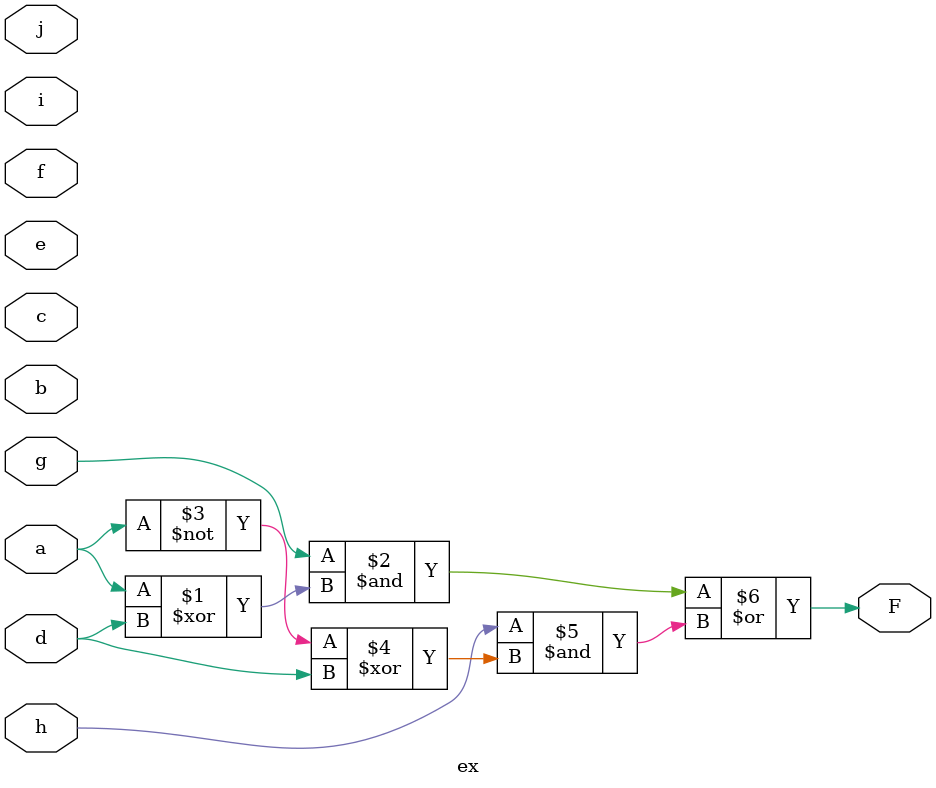
<source format=v>

module ex ( 
    a, b, c, d, e, f, g, h, i, j,
    F  );
  input  a, b, c, d, e, f, g, h, i, j;
  output F;
  assign F = (g & (a ^ d)) | (h & (~a ^ d));
endmodule



</source>
